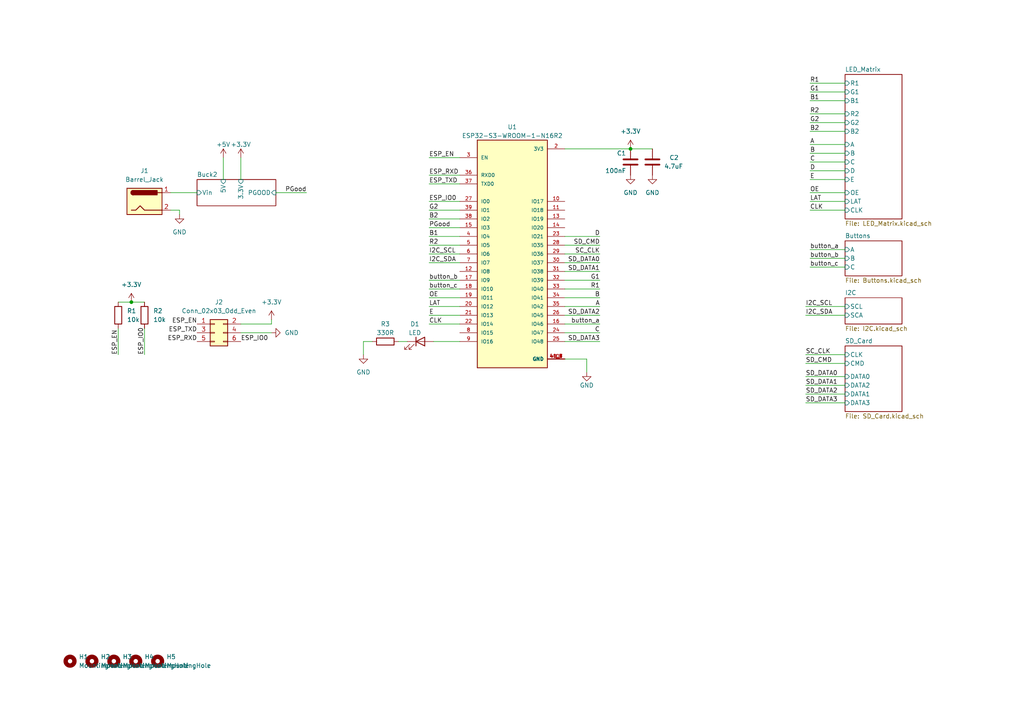
<source format=kicad_sch>
(kicad_sch (version 20230121) (generator eeschema)
  (paper "A4")
  (lib_symbols
    (symbol "+3.3V_1" (power) (pin_names (offset 0))
      (property "Value" "+3.3V_1" (at 0 3.556 0))
      (symbol "+3.3V_1_0_1"
        (polyline (pts (xy -0.762 1.27) (xy 0 2.54)))
        (polyline (pts (xy 0 0) (xy 0 2.54)))
        (polyline (pts (xy 0 2.54) (xy 0.762 1.27)))
      )
      (symbol "+3.3V_1_1_1"
        (pin power_in line (at 0 0 90) (length 0) hide (name "+3.3V") (number "1"))
      )
    )
    (symbol "Connector:Barrel_Jack" (pin_names (offset 1.016))
      (property "Reference" "J" (at 0 5.334 0))
      (property "Value" "Barrel_Jack" (at 0 -5.08 0))
      (symbol "Barrel_Jack_0_1"
        (rectangle (start -5.08 3.81) (end 5.08 -3.81) (stroke (width 0.254)) (fill (type background)))
        (arc (start -3.302 3.175) (mid -3.9343 2.54) (end -3.302 1.905) (stroke (width 0.254)))
        (arc (start -3.302 3.175) (mid -3.9343 2.54) (end -3.302 1.905) (stroke (width 0.254)) (fill (type outline)))
        (polyline (pts (xy 5.08 2.54) (xy 3.81 2.54)) (stroke (width 0.254)))
        (polyline (pts (xy -3.81 -2.54) (xy -2.54 -2.54) (xy -1.27 -1.27) (xy 0 -2.54) (xy 2.54 -2.54) (xy 5.08 -2.54)) (stroke (width 0.254)))
        (rectangle (start 3.683 3.175) (end -3.302 1.905) (stroke (width 0.254)) (fill (type outline)))
      )
      (symbol "Barrel_Jack_1_1"
        (pin passive line (at 7.62 2.54 180) (length 2.54) (name "~") (number "1"))
        (pin passive line (at 7.62 -2.54 180) (length 2.54) (name "~") (number "2"))
      )
    )
    (symbol "Connector_Generic:Conn_02x03_Odd_Even" (pin_names (offset 1.016) hide)
      (property "Reference" "J" (at 1.27 5.08 0))
      (property "Value" "Conn_02x03_Odd_Even" (at 1.27 -5.08 0))
      (symbol "Conn_02x03_Odd_Even_1_1"
        (rectangle (start -1.27 -2.413) (end 0 -2.667) (stroke (width 0.1524)))
        (rectangle (start -1.27 0.127) (end 0 -0.127) (stroke (width 0.1524)))
        (rectangle (start -1.27 2.667) (end 0 2.413) (stroke (width 0.1524)))
        (rectangle (start -1.27 3.81) (end 3.81 -3.81) (stroke (width 0.254)) (fill (type background)))
        (rectangle (start 3.81 -2.413) (end 2.54 -2.667) (stroke (width 0.1524)))
        (rectangle (start 3.81 0.127) (end 2.54 -0.127) (stroke (width 0.1524)))
        (rectangle (start 3.81 2.667) (end 2.54 2.413) (stroke (width 0.1524)))
        (pin passive line (at -5.08 2.54 0) (length 3.81) (name "Pin_1") (number "1"))
        (pin passive line (at 7.62 2.54 180) (length 3.81) (name "Pin_2") (number "2"))
        (pin passive line (at -5.08 0 0) (length 3.81) (name "Pin_3") (number "3"))
        (pin passive line (at 7.62 0 180) (length 3.81) (name "Pin_4") (number "4"))
        (pin passive line (at -5.08 -2.54 0) (length 3.81) (name "Pin_5") (number "5"))
        (pin passive line (at 7.62 -2.54 180) (length 3.81) (name "Pin_6") (number "6"))
      )
    )
    (symbol "Device:C" (pin_numbers hide) (pin_names (offset 0.254))
      (property "Reference" "C" (at 0.635 2.54 0))
      (property "Value" "C" (at 0.635 -2.54 0))
      (symbol "C_0_1"
        (polyline (pts (xy -2.032 -0.762) (xy 2.032 -0.762)) (stroke (width 0.508)))
        (polyline (pts (xy -2.032 0.762) (xy 2.032 0.762)) (stroke (width 0.508)))
      )
      (symbol "C_1_1"
        (pin passive line (at 0 3.81 270) (length 2.794) (name "~") (number "1"))
        (pin passive line (at 0 -3.81 90) (length 2.794) (name "~") (number "2"))
      )
    )
    (symbol "Device:LED" (pin_numbers hide) (pin_names (offset 1.016) hide)
      (property "Reference" "D" (at 0 2.54 0))
      (property "Value" "LED" (at 0 -2.54 0))
      (symbol "LED_0_1"
        (polyline (pts (xy -1.27 -1.27) (xy -1.27 1.27)) (stroke (width 0.254)))
        (polyline (pts (xy -1.27 0) (xy 1.27 0)))
        (polyline (pts (xy 1.27 -1.27) (xy 1.27 1.27) (xy -1.27 0) (xy 1.27 -1.27)) (stroke (width 0.254)))
        (polyline (pts (xy -3.048 -0.762) (xy -4.572 -2.286) (xy -3.81 -2.286) (xy -4.572 -2.286) (xy -4.572 -1.524)))
        (polyline (pts (xy -1.778 -0.762) (xy -3.302 -2.286) (xy -2.54 -2.286) (xy -3.302 -2.286) (xy -3.302 -1.524)))
      )
      (symbol "LED_1_1"
        (pin passive line (at -3.81 0 0) (length 2.54) (name "K") (number "1"))
        (pin passive line (at 3.81 0 180) (length 2.54) (name "A") (number "2"))
      )
    )
    (symbol "Device:R" (pin_numbers hide) (pin_names (offset 0))
      (property "Reference" "R" (at 2.032 0 90))
      (property "Value" "R" (at 0 0 90))
      (symbol "R_0_1"
        (rectangle (start -1.016 -2.54) (end 1.016 2.54) (stroke (width 0.254)))
      )
      (symbol "R_1_1"
        (pin passive line (at 0 3.81 270) (length 1.27) (name "~") (number "1"))
        (pin passive line (at 0 -3.81 90) (length 1.27) (name "~") (number "2"))
      )
    )
    (symbol "ESP32-S3-WROOM-1-N16R2:ESP32-S3-WROOM-1-N16R2" (pin_names (offset 1.016))
      (property "Reference" "U" (at -10.16 34.1122 0))
      (property "Value" "ESP32-S3-WROOM-1-N16R2" (at -10.16 -35.56 0))
      (symbol "ESP32-S3-WROOM-1-N16R2_0_0"
        (rectangle (start -10.16 -33.02) (end 10.16 33.02) (stroke (width 0.254)) (fill (type background)))
        (pin power_in line (at 15.24 -30.48 180) (length 5.08) (name "GND") (number "1"))
        (pin bidirectional line (at 15.24 15.24 180) (length 5.08) (name "IO17") (number "10"))
        (pin bidirectional line (at 15.24 12.7 180) (length 5.08) (name "IO18") (number "11"))
        (pin bidirectional line (at -15.24 -5.08 0) (length 5.08) (name "IO8") (number "12"))
        (pin bidirectional line (at 15.24 10.16 180) (length 5.08) (name "IO19") (number "13"))
        (pin bidirectional line (at 15.24 7.62 180) (length 5.08) (name "IO20") (number "14"))
        (pin bidirectional line (at -15.24 7.62 0) (length 5.08) (name "IO3") (number "15"))
        (pin bidirectional line (at 15.24 -20.32 180) (length 5.08) (name "IO46") (number "16"))
        (pin bidirectional line (at -15.24 -7.62 0) (length 5.08) (name "IO9") (number "17"))
        (pin bidirectional line (at -15.24 -10.16 0) (length 5.08) (name "IO10") (number "18"))
        (pin bidirectional line (at -15.24 -12.7 0) (length 5.08) (name "IO11") (number "19"))
        (pin power_in line (at 15.24 30.48 180) (length 5.08) (name "3V3") (number "2"))
        (pin bidirectional line (at -15.24 -15.24 0) (length 5.08) (name "IO12") (number "20"))
        (pin bidirectional line (at -15.24 -17.78 0) (length 5.08) (name "IO13") (number "21"))
        (pin bidirectional line (at -15.24 -20.32 0) (length 5.08) (name "IO14") (number "22"))
        (pin bidirectional line (at 15.24 5.08 180) (length 5.08) (name "IO21") (number "23"))
        (pin bidirectional line (at 15.24 -22.86 180) (length 5.08) (name "IO47") (number "24"))
        (pin bidirectional line (at 15.24 -25.4 180) (length 5.08) (name "IO48") (number "25"))
        (pin bidirectional line (at 15.24 -17.78 180) (length 5.08) (name "IO45") (number "26"))
        (pin bidirectional line (at -15.24 15.24 0) (length 5.08) (name "IO0") (number "27"))
        (pin bidirectional line (at 15.24 2.54 180) (length 5.08) (name "IO35") (number "28"))
        (pin bidirectional line (at 15.24 0 180) (length 5.08) (name "IO36") (number "29"))
        (pin input line (at -15.24 27.94 0) (length 5.08) (name "EN") (number "3"))
        (pin bidirectional line (at 15.24 -2.54 180) (length 5.08) (name "IO37") (number "30"))
        (pin bidirectional line (at 15.24 -5.08 180) (length 5.08) (name "IO38") (number "31"))
        (pin bidirectional line (at 15.24 -7.62 180) (length 5.08) (name "IO39") (number "32"))
        (pin bidirectional line (at 15.24 -10.16 180) (length 5.08) (name "IO40") (number "33"))
        (pin bidirectional line (at 15.24 -12.7 180) (length 5.08) (name "IO41") (number "34"))
        (pin bidirectional line (at 15.24 -15.24 180) (length 5.08) (name "IO42") (number "35"))
        (pin bidirectional line (at -15.24 22.86 0) (length 5.08) (name "RXD0") (number "36"))
        (pin bidirectional line (at -15.24 20.32 0) (length 5.08) (name "TXD0") (number "37"))
        (pin bidirectional line (at -15.24 10.16 0) (length 5.08) (name "IO2") (number "38"))
        (pin bidirectional line (at -15.24 12.7 0) (length 5.08) (name "IO1") (number "39"))
        (pin bidirectional line (at -15.24 5.08 0) (length 5.08) (name "IO4") (number "4"))
        (pin power_in line (at 15.24 -30.48 180) (length 5.08) (name "GND") (number "40"))
        (pin power_in line (at 15.24 -30.48 180) (length 5.08) (name "GND") (number "41_1"))
        (pin power_in line (at 15.24 -30.48 180) (length 5.08) (name "GND") (number "41_2"))
        (pin power_in line (at 15.24 -30.48 180) (length 5.08) (name "GND") (number "41_3"))
        (pin power_in line (at 15.24 -30.48 180) (length 5.08) (name "GND") (number "41_4"))
        (pin power_in line (at 15.24 -30.48 180) (length 5.08) (name "GND") (number "41_5"))
        (pin power_in line (at 15.24 -30.48 180) (length 5.08) (name "GND") (number "41_6"))
        (pin power_in line (at 15.24 -30.48 180) (length 5.08) (name "GND") (number "41_7"))
        (pin power_in line (at 15.24 -30.48 180) (length 5.08) (name "GND") (number "41_8"))
        (pin power_in line (at 15.24 -30.48 180) (length 5.08) (name "GND") (number "41_9"))
        (pin bidirectional line (at -15.24 2.54 0) (length 5.08) (name "IO5") (number "5"))
        (pin bidirectional line (at -15.24 0 0) (length 5.08) (name "IO6") (number "6"))
        (pin bidirectional line (at -15.24 -2.54 0) (length 5.08) (name "IO7") (number "7"))
        (pin bidirectional line (at -15.24 -22.86 0) (length 5.08) (name "IO15") (number "8"))
        (pin bidirectional line (at -15.24 -25.4 0) (length 5.08) (name "IO16") (number "9"))
      )
    )
    (symbol "GND_1" (power) (pin_names (offset 0))
      (property "Value" "GND_1" (at 0 -3.81 0))
      (symbol "GND_1_0_1"
        (polyline (pts (xy 0 0) (xy 0 -1.27) (xy 1.27 -1.27) (xy 0 -2.54) (xy -1.27 -1.27) (xy 0 -1.27)))
      )
      (symbol "GND_1_1_1"
        (pin power_in line (at 0 0 270) (length 0) hide (name "GND") (number "1"))
      )
    )
    (symbol "Mechanical:MountingHole" (pin_names (offset 1.016))
      (property "Reference" "H" (at 0 5.08 0))
      (property "Value" "MountingHole" (at 0 3.175 0))
      (symbol "MountingHole_0_1"
        (circle (center 0 0) (radius 1.27) (stroke (width 1.27)))
      )
    )
    (symbol "power:+3.3V" (power) (pin_names (offset 0))
      (property "Value" "+3.3V" (at 0 3.556 0))
      (symbol "+3.3V_0_1"
        (polyline (pts (xy -0.762 1.27) (xy 0 2.54)))
        (polyline (pts (xy 0 0) (xy 0 2.54)))
        (polyline (pts (xy 0 2.54) (xy 0.762 1.27)))
      )
      (symbol "+3.3V_1_1"
        (pin power_in line (at 0 0 90) (length 0) hide (name "+3.3V") (number "1"))
      )
    )
    (symbol "power:+5V" (power) (pin_names (offset 0))
      (property "Value" "+5V" (at 0 3.556 0))
      (symbol "+5V_0_1"
        (polyline (pts (xy -0.762 1.27) (xy 0 2.54)))
        (polyline (pts (xy 0 0) (xy 0 2.54)))
        (polyline (pts (xy 0 2.54) (xy 0.762 1.27)))
      )
      (symbol "+5V_1_1"
        (pin power_in line (at 0 0 90) (length 0) hide (name "+5V") (number "1"))
      )
    )
    (symbol "power:GND" (power) (pin_names (offset 0))
      (property "Value" "GND" (at 0 -3.81 0))
      (symbol "GND_0_1"
        (polyline (pts (xy 0 0) (xy 0 -1.27) (xy 1.27 -1.27) (xy 0 -2.54) (xy -1.27 -1.27) (xy 0 -1.27)))
      )
      (symbol "GND_1_1"
        (pin power_in line (at 0 0 270) (length 0) hide (name "GND") (number "1"))
      )
    )
  )
  (junction (at 182.88 43.18))
  (junction (at 38.1 87.63))
  (wire (pts (xy 182.88 43.18) (xy 163.83 43.18)))
  (wire (pts (xy 245.11 38.1) (xy 234.95 38.1)))
  (wire (pts (xy 38.1 87.63) (xy 41.91 87.63)))
  (wire (pts (xy 124.46 73.66) (xy 133.35 73.66)))
  (wire (pts (xy 69.85 96.52) (xy 78.74 96.52)))
  (wire (pts (xy 34.29 87.63) (xy 38.1 87.63)))
  (wire (pts (xy 163.83 96.52) (xy 173.99 96.52)))
  (wire (pts (xy 78.74 93.98) (xy 78.74 92.71)))
  (wire (pts (xy 163.83 93.98) (xy 173.99 93.98)))
  (wire (pts (xy 52.07 62.23) (xy 52.07 60.96)))
  (wire (pts (xy 124.46 68.58) (xy 133.35 68.58)))
  (wire (pts (xy 125.73 99.06) (xy 133.35 99.06)))
  (wire (pts (xy 245.11 72.39) (xy 234.95 72.39)))
  (wire (pts (xy 245.11 77.47) (xy 234.95 77.47)))
  (wire (pts (xy 133.35 93.98) (xy 124.46 93.98)))
  (wire (pts (xy 124.46 76.2) (xy 133.35 76.2)))
  (wire (pts (xy 34.29 95.25) (xy 34.29 102.87)))
  (wire (pts (xy 173.99 68.58) (xy 163.83 68.58)))
  (wire (pts (xy 69.85 45.72) (xy 69.85 52.07)))
  (wire (pts (xy 41.91 95.25) (xy 41.91 102.87)))
  (wire (pts (xy 163.83 88.9) (xy 173.99 88.9)))
  (wire (pts (xy 133.35 83.82) (xy 124.46 83.82)))
  (wire (pts (xy 124.46 53.34) (xy 133.35 53.34)))
  (wire (pts (xy 245.11 58.42) (xy 234.95 58.42)))
  (wire (pts (xy 245.11 35.56) (xy 234.95 35.56)))
  (wire (pts (xy 245.11 41.91) (xy 234.95 41.91)))
  (wire (pts (xy 163.83 83.82) (xy 173.99 83.82)))
  (wire (pts (xy 173.99 99.06) (xy 163.83 99.06)))
  (wire (pts (xy 245.11 29.21) (xy 234.95 29.21)))
  (wire (pts (xy 124.46 88.9) (xy 133.35 88.9)))
  (wire (pts (xy 233.68 114.3) (xy 245.11 114.3)))
  (wire (pts (xy 245.11 74.93) (xy 234.95 74.93)))
  (wire (pts (xy 80.01 55.88) (xy 88.9 55.88)))
  (wire (pts (xy 124.46 71.12) (xy 133.35 71.12)))
  (wire (pts (xy 189.23 43.18) (xy 182.88 43.18)))
  (wire (pts (xy 245.11 46.99) (xy 234.95 46.99)))
  (wire (pts (xy 233.68 88.9) (xy 245.11 88.9)))
  (wire (pts (xy 163.83 81.28) (xy 173.99 81.28)))
  (wire (pts (xy 69.85 93.98) (xy 78.74 93.98)))
  (wire (pts (xy 233.68 91.44) (xy 245.11 91.44)))
  (wire (pts (xy 133.35 81.28) (xy 124.46 81.28)))
  (wire (pts (xy 133.35 60.96) (xy 124.46 60.96)))
  (wire (pts (xy 173.99 78.74) (xy 163.83 78.74)))
  (wire (pts (xy 170.18 104.14) (xy 170.18 107.95)))
  (wire (pts (xy 105.41 99.06) (xy 105.41 102.87)))
  (wire (pts (xy 233.68 116.84) (xy 245.11 116.84)))
  (wire (pts (xy 173.99 71.12) (xy 163.83 71.12)))
  (wire (pts (xy 107.95 99.06) (xy 105.41 99.06)))
  (wire (pts (xy 52.07 60.96) (xy 49.53 60.96)))
  (wire (pts (xy 173.99 73.66) (xy 163.83 73.66)))
  (wire (pts (xy 118.11 99.06) (xy 115.57 99.06)))
  (wire (pts (xy 245.11 60.96) (xy 234.95 60.96)))
  (wire (pts (xy 133.35 63.5) (xy 124.46 63.5)))
  (wire (pts (xy 233.68 102.87) (xy 245.11 102.87)))
  (wire (pts (xy 173.99 76.2) (xy 163.83 76.2)))
  (wire (pts (xy 233.68 105.41) (xy 245.11 105.41)))
  (wire (pts (xy 234.95 52.07) (xy 245.11 52.07)))
  (wire (pts (xy 233.68 109.22) (xy 245.11 109.22)))
  (wire (pts (xy 49.53 55.88) (xy 57.15 55.88)))
  (wire (pts (xy 233.68 111.76) (xy 245.11 111.76)))
  (wire (pts (xy 163.83 86.36) (xy 173.99 86.36)))
  (wire (pts (xy 234.95 49.53) (xy 245.11 49.53)))
  (wire (pts (xy 124.46 86.36) (xy 133.35 86.36)))
  (wire (pts (xy 245.11 24.13) (xy 234.95 24.13)))
  (wire (pts (xy 124.46 50.8) (xy 133.35 50.8)))
  (wire (pts (xy 245.11 33.02) (xy 234.95 33.02)))
  (wire (pts (xy 124.46 66.04) (xy 133.35 66.04)))
  (wire (pts (xy 170.18 104.14) (xy 163.83 104.14)))
  (wire (pts (xy 245.11 44.45) (xy 234.95 44.45)))
  (wire (pts (xy 245.11 26.67) (xy 234.95 26.67)))
  (wire (pts (xy 245.11 55.88) (xy 234.95 55.88)))
  (wire (pts (xy 64.77 45.72) (xy 64.77 52.07)))
  (wire (pts (xy 124.46 58.42) (xy 133.35 58.42)))
  (wire (pts (xy 124.46 91.44) (xy 133.35 91.44)))
  (wire (pts (xy 124.46 45.72) (xy 133.35 45.72)))
  (wire (pts (xy 173.99 91.44) (xy 163.83 91.44)))
  (label "ESP_EN" (at 124.46 45.72 0))
  (label "D" (at 234.95 49.53 0))
  (label "ESP_TXD" (at 124.46 53.34 0))
  (label "B" (at 173.99 86.36 180))
  (label "SD_DATA3" (at 233.68 116.84 0))
  (label "ESP_IO0" (at 69.85 99.06 0))
  (label "R1" (at 234.95 24.13 0))
  (label "SC_CLK" (at 173.99 73.66 180))
  (label "ESP_RXD" (at 57.15 99.06 180))
  (label "ESP_IO0" (at 41.91 102.87 90))
  (label "C" (at 234.95 46.99 0))
  (label "button_a" (at 234.95 72.39 0))
  (label "A" (at 173.99 88.9 180))
  (label "OE" (at 124.46 86.36 0))
  (label "ESP_EN" (at 57.15 93.98 180))
  (label "C" (at 173.99 96.52 180))
  (label "SC_CLK" (at 233.68 102.87 0))
  (label "ESP_TXD" (at 57.15 96.52 180))
  (label "B1" (at 234.95 29.21 0))
  (label "button_c" (at 124.46 83.82 0))
  (label "button_b" (at 234.95 74.93 0))
  (label "I2C_SDA" (at 233.68 91.44 0))
  (label "G1" (at 173.99 81.28 180))
  (label "B1" (at 124.46 68.58 0))
  (label "G2" (at 124.46 60.96 0))
  (label "D" (at 173.99 68.58 180))
  (label "SD_DATA1" (at 233.68 111.76 0))
  (label "R2" (at 124.46 71.12 0))
  (label "G2" (at 234.95 35.56 0))
  (label "SD_DATA0" (at 173.99 76.2 180))
  (label "I2C_SCL" (at 233.68 88.9 0))
  (label "G1" (at 234.95 26.67 0))
  (label "A" (at 234.95 41.91 0))
  (label "PGood" (at 88.9 55.88 180))
  (label "SD_CMD" (at 173.99 71.12 180))
  (label "SD_DATA3" (at 173.99 99.06 180))
  (label "R1" (at 173.99 83.82 180))
  (label "I2C_SCL" (at 124.46 73.66 0))
  (label "ESP_IO0" (at 124.46 58.42 0))
  (label "button_a" (at 173.99 93.98 180))
  (label "E" (at 124.46 91.44 0))
  (label "B2" (at 124.46 63.5 0))
  (label "I2C_SDA" (at 124.46 76.2 0))
  (label "ESP_EN" (at 34.29 102.87 90))
  (label "SD_DATA2" (at 173.99 91.44 180))
  (label "CLK" (at 124.46 93.98 0))
  (label "SD_DATA0" (at 233.68 109.22 0))
  (label "OE" (at 234.95 55.88 0))
  (label "SD_DATA2" (at 233.68 114.3 0))
  (label "R2" (at 234.95 33.02 0))
  (label "B2" (at 234.95 38.1 0))
  (label "button_b" (at 124.46 81.28 0))
  (label "LAT" (at 124.46 88.9 0))
  (label "PGood" (at 124.46 66.04 0))
  (label "E" (at 234.95 52.07 0))
  (label "SD_CMD" (at 233.68 105.41 0))
  (label "B" (at 234.95 44.45 0))
  (label "LAT" (at 234.95 58.42 0))
  (label "ESP_RXD" (at 124.46 50.8 0))
  (label "CLK" (at 234.95 60.96 0))
  (label "SD_DATA1" (at 173.99 78.74 180))
  (label "button_c" (at 234.95 77.47 0))
  (symbol (lib_id "Device:C") (at 189.23 46.99 0) (mirror y) (unit 1)
    (property "Reference" "C2" (at 196.85 45.72 0) (effects (justify left)))
    (property "Value" "4.7uF" (at 198.12 48.26 0) (effects (justify left)))
    (property "Footprint" "Capacitor_SMD:C_0805_2012Metric" (effects hide))
  )
  (symbol (lib_id "Device:R") (at 111.76 99.06 90) (unit 1)
    (property "Reference" "R3" (at 111.76 93.98 90))
    (property "Value" "330R" (at 111.76 96.52 90))
    (property "Footprint" "Resistor_SMD:R_0603_1608Metric" (effects hide))
  )
  (symbol (lib_id "power:GND") (at 182.88 50.8 0) (mirror y) (unit 1)
    (property "Reference" "#PWR010" (effects hide))
    (property "Value" "GND" (at 182.88 55.88 0))
  )
  (symbol (lib_id "power:GND") (at 189.23 50.8 0) (mirror y) (unit 1)
    (property "Reference" "#PWR011" (effects hide))
    (property "Value" "GND" (at 189.23 55.88 0))
  )
  (symbol (lib_id "Mechanical:MountingHole") (at 20.32 191.77 0) (unit 1)
    (property "Reference" "H1" (at 22.86 190.4999 0) (effects (justify left)))
    (property "Value" "MountingHole" (at 22.86 193.0399 0) (effects (justify left)))
    (property "Footprint" "MountingHole:MountingHole_3.2mm_M3_DIN965_Pad" (effects hide))
  )
  (symbol (lib_id "Connector:Barrel_Jack") (at 41.91 58.42 0) (unit 1)
    (property "Reference" "J1" (at 41.91 49.53 0))
    (property "Value" "Barrel_Jack" (at 41.91 52.07 0))
    (property "Footprint" "Connector_BarrelJack:BarrelJack_Wuerth_6941xx301002" (effects hide))
  )
  (symbol (lib_id "power:GND") (at 170.18 107.95 0) (unit 1)
    (property "Reference" "#PWR08" (effects hide))
    (property "Value" "GND" (at 170.18 111.76 0))
  )
  (symbol (lib_id "power:GND") (at 78.74 96.52 90) (unit 1)
    (property "Reference" "#PWR06" (effects hide))
    (property "Value" "GND" (at 82.55 96.5199 90) (effects (justify right)))
  )
  (symbol (lib_id "power:GND") (at 52.07 62.23 0) (unit 1)
    (property "Reference" "#PWR02" (effects hide))
    (property "Value" "GND" (at 52.07 67.31 0))
  )
  (symbol (lib_id "Connector_Generic:Conn_02x03_Odd_Even") (at 62.23 96.52 0) (unit 1)
    (property "Reference" "J2" (at 63.5 87.63 0))
    (property "Value" "Conn_02x03_Odd_Even" (at 63.5 90.17 0))
    (property "Footprint" "Connector_IDC:IDC-Header_2x03_P2.54mm_Vertical" (effects hide))
  )
  (symbol (lib_id "Mechanical:MountingHole") (at 33.02 191.77 0) (unit 1)
    (property "Reference" "H3" (at 35.56 190.4999 0) (effects (justify left)))
    (property "Value" "MountingHole" (at 35.56 193.0399 0) (effects (justify left)))
    (property "Footprint" "MountingHole:MountingHole_3.2mm_M3_DIN965_Pad" (effects hide))
  )
  (symbol (lib_id "power:+5V") (at 64.77 45.72 0) (unit 1)
    (property "Reference" "#PWR03" (effects hide))
    (property "Value" "+5V" (at 64.77 41.91 0))
  )
  (symbol (lib_id "Device:R") (at 34.29 91.44 0) (unit 1)
    (property "Reference" "R1" (at 36.83 90.1699 0) (effects (justify left)))
    (property "Value" "10k" (at 36.83 92.7099 0) (effects (justify left)))
    (property "Footprint" "Resistor_SMD:R_0603_1608Metric" (effects hide))
  )
  (symbol (lib_id "ESP32-S3-WROOM-1-N16R2:ESP32-S3-WROOM-1-N16R2") (at 148.59 73.66 0) (unit 1)
    (property "Reference" "U1" (at 148.59 36.83 0))
    (property "Value" "ESP32-S3-WROOM-1-N16R2" (at 148.59 39.37 0))
    (property "Footprint" "ESP32-S3-WROOM-1-N16R2:XCVR_ESP32-S3-WROOM-1-N16R2" (effects hide))
    (property "MANUFACTURER" "Espressif" (effects hide))
    (property "MAXIMUM_PACKAGE_HEIGHT" "3.25mm" (effects hide))
    (property "PARTREV" "v1.0" (effects hide))
    (property "STANDARD" "Manufacturer Recommendations" (effects hide))
  )
  (symbol (lib_id "power:+3.3V") (at 78.74 92.71 0) (unit 1)
    (property "Reference" "#PWR05" (effects hide))
    (property "Value" "+3.3V" (at 78.74 87.63 0))
  )
  (symbol (lib_id "Mechanical:MountingHole") (at 26.67 191.77 0) (unit 1)
    (property "Reference" "H2" (at 29.21 190.4999 0) (effects (justify left)))
    (property "Value" "MountingHole" (at 29.21 193.0399 0) (effects (justify left)))
    (property "Footprint" "MountingHole:MountingHole_3.2mm_M3_DIN965_Pad" (effects hide))
  )
  (symbol (lib_id "Mechanical:MountingHole") (at 45.72 191.77 0) (unit 1)
    (property "Reference" "H5" (at 48.26 190.4999 0) (effects (justify left)))
    (property "Value" "MountingHole" (at 48.26 193.0399 0) (effects (justify left)))
    (property "Footprint" "MountingHole:MountingHole_3.2mm_M3_DIN965_Pad" (effects hide))
  )
  (symbol (lib_id "power:+3.3V") (at 182.88 43.18 0) (mirror y) (unit 1)
    (property "Reference" "#PWR09" (effects hide))
    (property "Value" "+3.3V" (at 182.88 38.1 0))
  )
  (symbol (lib_id "Mechanical:MountingHole") (at 39.37 191.77 0) (unit 1)
    (property "Reference" "H4" (at 41.91 190.4999 0) (effects (justify left)))
    (property "Value" "MountingHole" (at 41.91 193.0399 0) (effects (justify left)))
    (property "Footprint" "MountingHole:MountingHole_3.2mm_M3_DIN965_Pad" (effects hide))
  )
  (symbol (lib_id "power:+3.3V") (at 38.1 87.63 0) (unit 1)
    (property "Reference" "#PWR01" (effects hide))
    (property "Value" "+3.3V" (at 38.1 82.55 0))
  )
  (symbol (lib_name "GND_1") (lib_id "power:GND") (at 105.41 102.87 0) (unit 1)
    (property "Reference" "#PWR07" (effects hide))
    (property "Value" "GND" (at 105.41 107.95 0))
  )
  (symbol (lib_id "Device:LED") (at 121.92 99.06 0) (unit 1)
    (property "Reference" "D1" (at 120.3325 93.98 0))
    (property "Value" "LED" (at 120.3325 96.52 0))
    (property "Footprint" "LED_SMD:LED_0805_2012Metric" (effects hide))
  )
  (symbol (lib_id "Device:R") (at 41.91 91.44 0) (unit 1)
    (property "Reference" "R2" (at 44.45 90.1699 0) (effects (justify left)))
    (property "Value" "10k" (at 44.45 92.7099 0) (effects (justify left)))
    (property "Footprint" "Resistor_SMD:R_0603_1608Metric" (effects hide))
  )
  (symbol (lib_name "+3.3V_1") (lib_id "power:+3.3V") (at 69.85 45.72 0) (unit 1)
    (property "Reference" "#PWR04" (effects hide))
    (property "Value" "+3.3V" (at 69.85 41.91 0))
  )
  (symbol (lib_id "Device:C") (at 182.88 46.99 0) (mirror y) (unit 1)
    (property "Reference" "C1" (at 181.61 44.45 0) (effects (justify left)))
    (property "Value" "100nF" (at 181.61 49.53 0) (effects (justify left)))
    (property "Footprint" "Capacitor_SMD:C_0603_1608Metric" (effects hide))
  )
  (sheet (at 245.11 21.59) (size 16.51 41.91) (stroke (width 0.1524))
    (property "Sheetname" "LED_Matrix" (at 245.11 20.8784 0) (effects (justify left bottom)))
    (property "Sheetfile" "LED_Matrix.kicad_sch" (at 245.11 64.0846 0) (effects (justify left top)))
    (pin "G2" input (at 245.11 35.56 180))
    (pin "A" input (at 245.11 41.91 180))
    (pin "B" input (at 245.11 44.45 180))
    (pin "B2" input (at 245.11 38.1 180))
    (pin "G1" input (at 245.11 26.67 180))
    (pin "B1" input (at 245.11 29.21 180))
    (pin "R2" input (at 245.11 33.02 180))
    (pin "R1" input (at 245.11 24.13 180))
    (pin "C" input (at 245.11 46.99 180))
    (pin "OE" input (at 245.11 55.88 180))
    (pin "LAT" input (at 245.11 58.42 180))
    (pin "CLK" input (at 245.11 60.96 180))
    (pin "D" input (at 245.11 49.53 180))
    (pin "E" input (at 245.11 52.07 180))
  )
  (sheet (at 245.11 86.36) (size 16.51 7.62) (stroke (width 0.1524))
    (property "Sheetname" "I2C" (at 245.11 85.6484 0) (effects (justify left bottom)))
    (property "Sheetfile" "I2C.kicad_sch" (at 245.11 94.5646 0) (effects (justify left top)))
    (pin "SCA" input (at 245.11 91.44 180))
    (pin "SCL" input (at 245.11 88.9 180))
  )
  (sheet (at 245.11 69.85) (size 16.51 10.16) (stroke (width 0.1524))
    (property "Sheetname" "Buttons" (at 245.11 69.1384 0) (effects (justify left bottom)))
    (property "Sheetfile" "Buttons.kicad_sch" (at 245.11 80.5946 0) (effects (justify left top)))
    (pin "B" input (at 245.11 74.93 180))
    (pin "C" input (at 245.11 77.47 180))
    (pin "A" input (at 245.11 72.39 180))
  )
  (sheet (at 57.15 52.07) (size 22.86 7.62) (stroke (width 0.1524))
    (property "Sheetname" "Buck2" (at 57.15 51.3584 0) (effects (justify left bottom)))
    (property "Sheetfile" "Buck2.kicad_sch" (effects hide))
    (pin "Vin" input (at 57.15 55.88 180))
    (pin "5V" input (at 64.77 52.07 90))
    (pin "3.3V" input (at 69.85 52.07 90))
    (pin "PGOOD" input (at 80.01 55.88 0))
  )
  (sheet (at 245.11 100.33) (size 16.51 19.05) (stroke (width 0.1524))
    (property "Sheetname" "SD_Card" (at 245.11 99.6184 0) (effects (justify left bottom)))
    (property "Sheetfile" "SD_Card.kicad_sch" (at 245.11 119.9646 0) (effects (justify left top)))
    (pin "CLK" input (at 245.11 102.87 180))
    (pin "CMD" input (at 245.11 105.41 180))
    (pin "DATA0" input (at 245.11 109.22 180))
    (pin "DATA2" input (at 245.11 111.76 180))
    (pin "DATA1" input (at 245.11 114.3 180))
    (pin "DATA3" input (at 245.11 116.84 180))
  )
)
</source>
